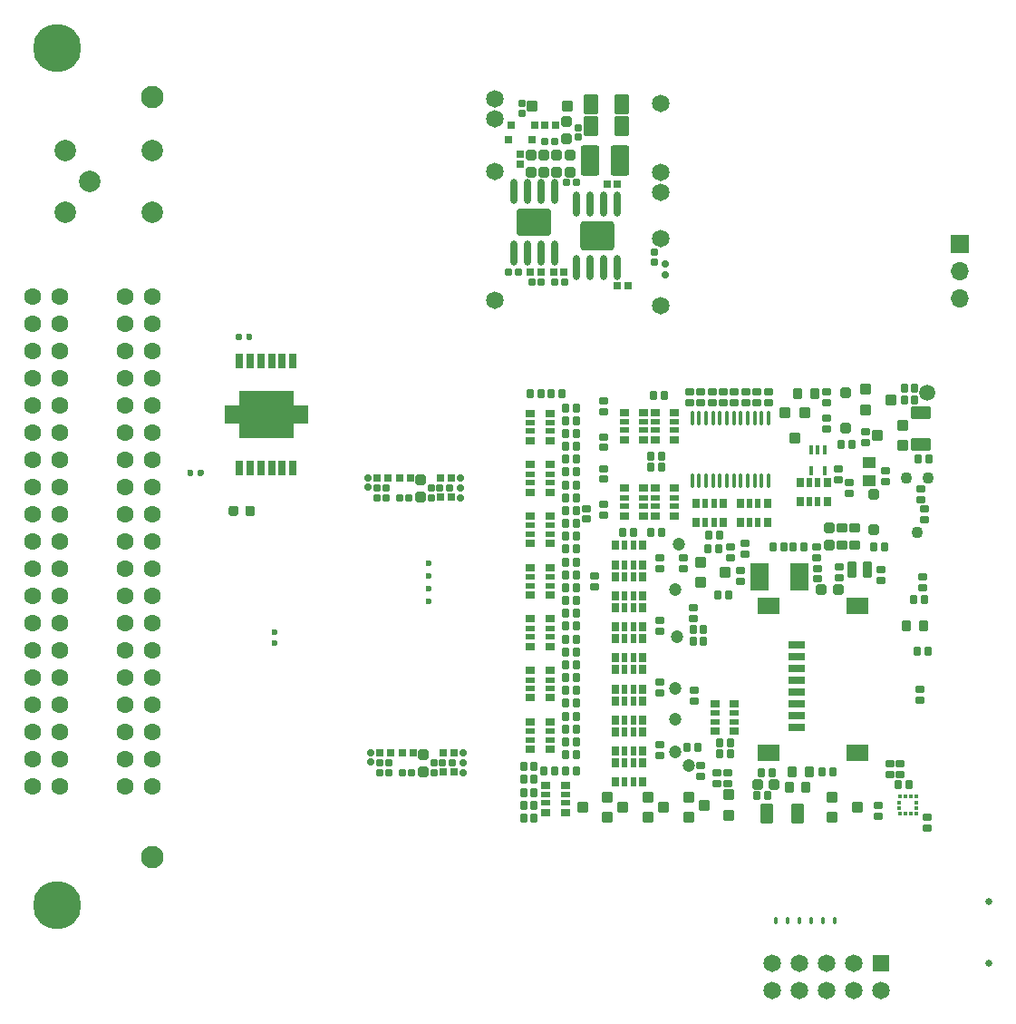
<source format=gbs>
G75*
G70*
%OFA0B0*%
%FSLAX25Y25*%
%IPPOS*%
%LPD*%
%AMOC8*
5,1,8,0,0,1.08239X$1,22.5*
%
%AMM13*
21,1,0.041340,0.026770,0.000000,0.000000,0.000000*
21,1,0.029130,0.038980,0.000000,0.000000,0.000000*
1,1,0.012210,0.014570,-0.013390*
1,1,0.012210,-0.014570,-0.013390*
1,1,0.012210,-0.014570,0.013390*
1,1,0.012210,0.014570,0.013390*
%
%AMM144*
21,1,0.015350,0.009840,-0.000000,-0.000000,0.000000*
21,1,0.000000,0.025200,-0.000000,-0.000000,0.000000*
1,1,0.015350,-0.000000,-0.004920*
1,1,0.015350,-0.000000,-0.004920*
1,1,0.015350,-0.000000,0.004920*
1,1,0.015350,-0.000000,0.004920*
%
%AMM16*
21,1,0.038980,0.026770,0.000000,0.000000,270.000000*
21,1,0.026770,0.038980,0.000000,0.000000,270.000000*
1,1,0.012210,-0.013390,-0.013390*
1,1,0.012210,-0.013390,0.013390*
1,1,0.012210,0.013390,0.013390*
1,1,0.012210,0.013390,-0.013390*
%
%AMM269*
21,1,0.039370,0.030320,0.000000,-0.000000,0.000000*
21,1,0.028350,0.041340,0.000000,-0.000000,0.000000*
1,1,0.011020,0.014170,-0.015160*
1,1,0.011020,-0.014170,-0.015160*
1,1,0.011020,-0.014170,0.015160*
1,1,0.011020,0.014170,0.015160*
%
%AMM275*
21,1,0.031500,0.018900,0.000000,-0.000000,90.000000*
21,1,0.022840,0.027560,0.000000,-0.000000,90.000000*
1,1,0.008660,0.009450,0.011420*
1,1,0.008660,0.009450,-0.011420*
1,1,0.008660,-0.009450,-0.011420*
1,1,0.008660,-0.009450,0.011420*
%
%AMM278*
21,1,0.029530,0.026380,0.000000,-0.000000,0.000000*
21,1,0.020470,0.035430,0.000000,-0.000000,0.000000*
1,1,0.009060,0.010240,-0.013190*
1,1,0.009060,-0.010240,-0.013190*
1,1,0.009060,-0.010240,0.013190*
1,1,0.009060,0.010240,0.013190*
%
%AMM279*
21,1,0.021650,0.027950,0.000000,-0.000000,0.000000*
21,1,0.014170,0.035430,0.000000,-0.000000,0.000000*
1,1,0.007480,0.007090,-0.013980*
1,1,0.007480,-0.007090,-0.013980*
1,1,0.007480,-0.007090,0.013980*
1,1,0.007480,0.007090,0.013980*
%
%AMM281*
21,1,0.016540,0.028980,0.000000,-0.000000,0.000000*
21,1,0.010080,0.035430,0.000000,-0.000000,0.000000*
1,1,0.006460,0.005040,-0.014490*
1,1,0.006460,-0.005040,-0.014490*
1,1,0.006460,-0.005040,0.014490*
1,1,0.006460,0.005040,0.014490*
%
%AMM284*
21,1,0.031500,0.018900,0.000000,-0.000000,0.000000*
21,1,0.022840,0.027560,0.000000,-0.000000,0.000000*
1,1,0.008660,0.011420,-0.009450*
1,1,0.008660,-0.011420,-0.009450*
1,1,0.008660,-0.011420,0.009450*
1,1,0.008660,0.011420,0.009450*
%
%AMM298*
21,1,0.037400,0.026770,0.000000,-0.000000,90.000000*
21,1,0.026770,0.037400,0.000000,-0.000000,90.000000*
1,1,0.010630,0.013390,0.013390*
1,1,0.010630,0.013390,-0.013390*
1,1,0.010630,-0.013390,-0.013390*
1,1,0.010630,-0.013390,0.013390*
%
%AMM299*
21,1,0.039370,0.030320,0.000000,-0.000000,90.000000*
21,1,0.028350,0.041340,0.000000,-0.000000,90.000000*
1,1,0.011020,0.015160,0.014170*
1,1,0.011020,0.015160,-0.014170*
1,1,0.011020,-0.015160,-0.014170*
1,1,0.011020,-0.015160,0.014170*
%
%AMM300*
21,1,0.039760,0.026770,0.000000,-0.000000,270.000000*
21,1,0.029130,0.037400,0.000000,-0.000000,270.000000*
1,1,0.010630,-0.013390,-0.014570*
1,1,0.010630,-0.013390,0.014570*
1,1,0.010630,0.013390,0.014570*
1,1,0.010630,0.013390,-0.014570*
%
%AMM301*
21,1,0.074800,0.036220,0.000000,-0.000000,270.000000*
21,1,0.061810,0.049210,0.000000,-0.000000,270.000000*
1,1,0.012990,-0.018110,-0.030910*
1,1,0.012990,-0.018110,0.030910*
1,1,0.012990,0.018110,0.030910*
1,1,0.012990,0.018110,-0.030910*
%
%AMM302*
21,1,0.062990,0.020470,0.000000,-0.000000,0.000000*
21,1,0.053940,0.029530,0.000000,-0.000000,0.000000*
1,1,0.009060,0.026970,-0.010240*
1,1,0.009060,-0.026970,-0.010240*
1,1,0.009060,-0.026970,0.010240*
1,1,0.009060,0.026970,0.010240*
%
%AMM303*
21,1,0.082680,0.045670,0.000000,-0.000000,0.000000*
21,1,0.067320,0.061020,0.000000,-0.000000,0.000000*
1,1,0.015350,0.033660,-0.022840*
1,1,0.015350,-0.033660,-0.022840*
1,1,0.015350,-0.033660,0.022840*
1,1,0.015350,0.033660,0.022840*
%
%AMM304*
21,1,0.029530,0.026380,0.000000,-0.000000,270.000000*
21,1,0.020470,0.035430,0.000000,-0.000000,270.000000*
1,1,0.009060,-0.013190,-0.010240*
1,1,0.009060,-0.013190,0.010240*
1,1,0.009060,0.013190,0.010240*
1,1,0.009060,0.013190,-0.010240*
%
%AMM305*
21,1,0.021650,0.027950,0.000000,-0.000000,270.000000*
21,1,0.014170,0.035430,0.000000,-0.000000,270.000000*
1,1,0.007480,-0.013980,-0.007090*
1,1,0.007480,-0.013980,0.007090*
1,1,0.007480,0.013980,0.007090*
1,1,0.007480,0.013980,-0.007090*
%
%AMM306*
21,1,0.031500,0.030710,0.000000,-0.000000,0.000000*
21,1,0.022050,0.040160,0.000000,-0.000000,0.000000*
1,1,0.009450,0.011020,-0.015350*
1,1,0.009450,-0.011020,-0.015350*
1,1,0.009450,-0.011020,0.015350*
1,1,0.009450,0.011020,0.015350*
%
%AMM307*
21,1,0.031500,0.049610,0.000000,-0.000000,180.000000*
21,1,0.022050,0.059060,0.000000,-0.000000,180.000000*
1,1,0.009450,-0.011020,0.024800*
1,1,0.009450,0.011020,0.024800*
1,1,0.009450,0.011020,-0.024800*
1,1,0.009450,-0.011020,-0.024800*
%
%AMM308*
21,1,0.031500,0.030710,0.000000,-0.000000,270.000000*
21,1,0.022050,0.040160,0.000000,-0.000000,270.000000*
1,1,0.009450,-0.015350,-0.011020*
1,1,0.009450,-0.015350,0.011020*
1,1,0.009450,0.015350,0.011020*
1,1,0.009450,0.015350,-0.011020*
%
%AMM309*
21,1,0.074800,0.036220,0.000000,-0.000000,0.000000*
21,1,0.061810,0.049210,0.000000,-0.000000,0.000000*
1,1,0.012990,0.030910,-0.018110*
1,1,0.012990,-0.030910,-0.018110*
1,1,0.012990,-0.030910,0.018110*
1,1,0.012990,0.030910,0.018110*
%
%AMM310*
21,1,0.037400,0.026770,0.000000,-0.000000,180.000000*
21,1,0.026770,0.037400,0.000000,-0.000000,180.000000*
1,1,0.010630,-0.013390,0.013390*
1,1,0.010630,0.013390,0.013390*
1,1,0.010630,0.013390,-0.013390*
1,1,0.010630,-0.013390,-0.013390*
%
%AMM39*
21,1,0.076380,0.036220,0.000000,0.000000,90.000000*
21,1,0.061810,0.050790,0.000000,0.000000,90.000000*
1,1,0.014570,0.018110,0.030910*
1,1,0.014570,0.018110,-0.030910*
1,1,0.014570,-0.018110,-0.030910*
1,1,0.014570,-0.018110,0.030910*
%
%AMM42*
21,1,0.029130,0.018900,0.000000,0.000000,90.000000*
21,1,0.018900,0.029130,0.000000,0.000000,90.000000*
1,1,0.010240,0.009450,0.009450*
1,1,0.010240,0.009450,-0.009450*
1,1,0.010240,-0.009450,-0.009450*
1,1,0.010240,-0.009450,0.009450*
%
%AMM43*
21,1,0.025200,0.019680,0.000000,0.000000,0.000000*
21,1,0.015750,0.029130,0.000000,0.000000,0.000000*
1,1,0.009450,0.007870,-0.009840*
1,1,0.009450,-0.007870,-0.009840*
1,1,0.009450,-0.007870,0.009840*
1,1,0.009450,0.007870,0.009840*
%
%AMM44*
21,1,0.025200,0.019680,0.000000,0.000000,270.000000*
21,1,0.015750,0.029130,0.000000,0.000000,270.000000*
1,1,0.009450,-0.009840,-0.007870*
1,1,0.009450,-0.009840,0.007870*
1,1,0.009450,0.009840,0.007870*
1,1,0.009450,0.009840,-0.007870*
%
%AMM49*
21,1,0.111810,0.050390,0.000000,0.000000,90.000000*
21,1,0.093700,0.068500,0.000000,0.000000,90.000000*
1,1,0.018110,0.025200,0.046850*
1,1,0.018110,0.025200,-0.046850*
1,1,0.018110,-0.025200,-0.046850*
1,1,0.018110,-0.025200,0.046850*
%
%AMM50*
21,1,0.029130,0.018900,0.000000,0.000000,180.000000*
21,1,0.018900,0.029130,0.000000,0.000000,180.000000*
1,1,0.010240,-0.009450,0.009450*
1,1,0.010240,0.009450,0.009450*
1,1,0.010240,0.009450,-0.009450*
1,1,0.010240,-0.009450,-0.009450*
%
%AMM51*
21,1,0.127560,0.075590,0.000000,0.000000,180.000000*
21,1,0.103150,0.100000,0.000000,0.000000,180.000000*
1,1,0.024410,-0.051580,0.037800*
1,1,0.024410,0.051580,0.037800*
1,1,0.024410,0.051580,-0.037800*
1,1,0.024410,-0.051580,-0.037800*
%
%AMM52*
21,1,0.123620,0.083460,0.000000,0.000000,0.000000*
21,1,0.097240,0.109840,0.000000,0.000000,0.000000*
1,1,0.026380,0.048620,-0.041730*
1,1,0.026380,-0.048620,-0.041730*
1,1,0.026380,-0.048620,0.041730*
1,1,0.026380,0.048620,0.041730*
%
%ADD12C,0.02362*%
%ADD123M39*%
%ADD126M42*%
%ADD127M43*%
%ADD128M44*%
%ADD129C,0.02913*%
%ADD135M49*%
%ADD136M50*%
%ADD137O,0.02520X0.09213*%
%ADD138M51*%
%ADD139M52*%
%ADD203C,0.04294*%
%ADD204C,0.04724*%
%ADD22C,0.07874*%
%ADD237R,0.01378X0.01772*%
%ADD238R,0.01772X0.01378*%
%ADD25C,0.05906*%
%ADD284M144*%
%ADD335R,0.04724X0.04331*%
%ADD339R,0.07087X0.09843*%
%ADD347O,0.01378X0.05354*%
%ADD35C,0.06299*%
%ADD418M269*%
%ADD424M275*%
%ADD427M278*%
%ADD428M279*%
%ADD430M281*%
%ADD433M284*%
%ADD447M298*%
%ADD448M299*%
%ADD449M300*%
%ADD450M301*%
%ADD451M302*%
%ADD452M303*%
%ADD453M304*%
%ADD454M305*%
%ADD455M306*%
%ADD456M307*%
%ADD457M308*%
%ADD458M309*%
%ADD459M310*%
%ADD48R,0.06693X0.06693*%
%ADD49O,0.06693X0.06693*%
%ADD58C,0.02559*%
%ADD59C,0.17717*%
%ADD60C,0.08268*%
%ADD68R,0.02559X0.05315*%
%ADD69R,0.20079X0.17323*%
%ADD70R,0.05315X0.07087*%
%ADD90M13*%
%ADD93M16*%
%ADD94C,0.06457*%
%ADD95R,0.06457X0.06457*%
X0000000Y0000000D02*
%LPD*%
G01*
D12*
X0183618Y0207232D03*
X0183618Y0203492D03*
X0183618Y0199752D03*
X0149366Y0203689D03*
X0149366Y0207232D03*
X0171839Y0166366D03*
X0171839Y0161642D03*
X0171839Y0171091D03*
X0171839Y0175815D03*
X0115047Y0150382D03*
X0115047Y0146445D03*
G36*
G01*
X0299010Y0043904D02*
X0299010Y0044888D01*
G75*
G02*
X0299502Y0045380I0000492J0000000D01*
G01*
X0299502Y0045380D01*
G75*
G02*
X0299994Y0044888I0000000J-000492D01*
G01*
X0299994Y0043904D01*
G75*
G02*
X0299502Y0043412I-000492J0000000D01*
G01*
X0299502Y0043412D01*
G75*
G02*
X0299010Y0043904I0000000J0000492D01*
G01*
G37*
G36*
G01*
X0303341Y0043904D02*
X0303341Y0044888D01*
G75*
G02*
X0303833Y0045380I0000492J0000000D01*
G01*
X0303833Y0045380D01*
G75*
G02*
X0304325Y0044888I0000000J-000492D01*
G01*
X0304325Y0043904D01*
G75*
G02*
X0303833Y0043412I-000492J0000000D01*
G01*
X0303833Y0043412D01*
G75*
G02*
X0303341Y0043904I0000000J0000492D01*
G01*
G37*
G36*
G01*
X0307671Y0043904D02*
X0307671Y0044888D01*
G75*
G02*
X0308164Y0045380I0000492J0000000D01*
G01*
X0308164Y0045380D01*
G75*
G02*
X0308656Y0044888I0000000J-000492D01*
G01*
X0308656Y0043904D01*
G75*
G02*
X0308164Y0043412I-000492J0000000D01*
G01*
X0308164Y0043412D01*
G75*
G02*
X0307671Y0043904I0000000J0000492D01*
G01*
G37*
G36*
G01*
X0312002Y0043904D02*
X0312002Y0044888D01*
G75*
G02*
X0312494Y0045380I0000492J0000000D01*
G01*
X0312494Y0045380D01*
G75*
G02*
X0312986Y0044888I0000000J-000492D01*
G01*
X0312986Y0043904D01*
G75*
G02*
X0312494Y0043412I-000492J0000000D01*
G01*
X0312494Y0043412D01*
G75*
G02*
X0312002Y0043904I0000000J0000492D01*
G01*
G37*
G36*
G01*
X0316333Y0043904D02*
X0316333Y0044888D01*
G75*
G02*
X0316825Y0045380I0000492J0000000D01*
G01*
X0316825Y0045380D01*
G75*
G02*
X0317317Y0044888I0000000J-000492D01*
G01*
X0317317Y0043904D01*
G75*
G02*
X0316825Y0043412I-000492J0000000D01*
G01*
X0316825Y0043412D01*
G75*
G02*
X0316333Y0043904I0000000J0000492D01*
G01*
G37*
G36*
G01*
X0320664Y0043904D02*
X0320664Y0044888D01*
G75*
G02*
X0321156Y0045380I0000492J0000000D01*
G01*
X0321156Y0045380D01*
G75*
G02*
X0321648Y0044888I0000000J-000492D01*
G01*
X0321648Y0043904D01*
G75*
G02*
X0321156Y0043412I-000492J0000000D01*
G01*
X0321156Y0043412D01*
G75*
G02*
X0320664Y0043904I0000000J0000492D01*
G01*
G37*
D25*
X0257000Y0344713D03*
X0257000Y0319516D03*
X0257000Y0312035D03*
X0257000Y0295106D03*
D12*
X0258772Y0285657D03*
X0258772Y0281720D03*
D25*
X0257000Y0270500D03*
X0195976Y0346484D03*
X0195976Y0339201D03*
X0195976Y0319713D03*
X0195976Y0272272D03*
D58*
X0377687Y0028724D03*
X0377687Y0051480D03*
D59*
X0035000Y0364961D03*
D60*
X0070039Y0347244D03*
X0070039Y0067717D03*
D59*
X0035000Y0050000D03*
D22*
X0037992Y0327559D03*
X0037992Y0304724D03*
X0047165Y0316142D03*
X0070000Y0327559D03*
X0070000Y0304724D03*
D35*
X0070000Y0093622D03*
X0070000Y0103622D03*
X0070000Y0113622D03*
X0070000Y0123622D03*
X0070000Y0133622D03*
X0070000Y0143622D03*
X0070000Y0153622D03*
X0070000Y0163622D03*
X0070000Y0173622D03*
X0070000Y0183622D03*
X0070000Y0193622D03*
X0070000Y0203622D03*
X0070000Y0213622D03*
X0070000Y0223622D03*
X0070000Y0233622D03*
X0070000Y0243622D03*
X0070000Y0253622D03*
X0070000Y0263622D03*
X0070000Y0273622D03*
X0060000Y0093622D03*
X0060000Y0103622D03*
X0060000Y0113622D03*
X0060000Y0123622D03*
X0060000Y0133622D03*
X0060000Y0143622D03*
X0060000Y0153622D03*
X0060000Y0163622D03*
X0060000Y0173622D03*
X0060000Y0183622D03*
X0060000Y0193622D03*
X0060000Y0203622D03*
X0060000Y0213622D03*
X0060000Y0223622D03*
X0060000Y0233622D03*
X0060000Y0243622D03*
X0060000Y0253622D03*
X0060000Y0263622D03*
X0060000Y0273622D03*
X0036181Y0093622D03*
X0036181Y0103622D03*
X0036181Y0113622D03*
X0036181Y0123622D03*
X0036181Y0133622D03*
X0036181Y0143622D03*
X0036181Y0153622D03*
X0036181Y0163622D03*
X0036181Y0173622D03*
X0036181Y0183622D03*
X0036181Y0193622D03*
X0036181Y0203622D03*
X0036181Y0213622D03*
X0036181Y0223622D03*
X0036181Y0233622D03*
X0036181Y0243622D03*
X0036181Y0253622D03*
X0036181Y0263622D03*
X0036181Y0273622D03*
X0026181Y0093622D03*
X0026181Y0103622D03*
X0026181Y0113622D03*
X0026181Y0123622D03*
X0026181Y0133622D03*
X0026181Y0143622D03*
X0026181Y0153622D03*
X0026181Y0163622D03*
X0026181Y0173622D03*
X0026181Y0183622D03*
X0026181Y0193622D03*
X0026181Y0203622D03*
X0026181Y0213622D03*
X0026181Y0223622D03*
X0026181Y0233622D03*
X0026181Y0243622D03*
X0026181Y0253622D03*
X0026181Y0263622D03*
X0026181Y0273622D03*
D48*
X0367000Y0293000D03*
D49*
X0367000Y0283000D03*
X0367000Y0273000D03*
D12*
X0184618Y0106232D03*
X0184618Y0102492D03*
X0184618Y0098752D03*
X0150366Y0102689D03*
X0150366Y0106232D03*
G36*
G01*
X0088992Y0209669D02*
X0088992Y0208331D01*
G75*
G02*
X0088441Y0207780I-000551J0000000D01*
G01*
X0087339Y0207780D01*
G75*
G02*
X0086787Y0208331I0000000J0000551D01*
G01*
X0086787Y0209669D01*
G75*
G02*
X0087339Y0210220I0000551J0000000D01*
G01*
X0088441Y0210220D01*
G75*
G02*
X0088992Y0209669I0000000J-000551D01*
G01*
G37*
G36*
G01*
X0085213Y0209669D02*
X0085213Y0208331D01*
G75*
G02*
X0084661Y0207780I-000551J0000000D01*
G01*
X0083559Y0207780D01*
G75*
G02*
X0083008Y0208331I0000000J0000551D01*
G01*
X0083008Y0209669D01*
G75*
G02*
X0083559Y0210220I0000551J0000000D01*
G01*
X0084661Y0210220D01*
G75*
G02*
X0085213Y0209669I0000000J-000551D01*
G01*
G37*
D68*
X0121874Y0210827D03*
X0117937Y0210827D03*
X0114000Y0210827D03*
X0110063Y0210827D03*
X0106126Y0210827D03*
X0102189Y0210827D03*
X0102189Y0250000D03*
X0106126Y0250000D03*
X0110063Y0250000D03*
X0114000Y0250000D03*
X0117937Y0250000D03*
X0121874Y0250000D03*
D69*
X0112031Y0230413D03*
D70*
X0124728Y0230413D03*
X0099335Y0230413D03*
G36*
G01*
X0098228Y0194016D02*
X0098228Y0195984D01*
G75*
G02*
X0099114Y0196870I0000886J0000000D01*
G01*
X0100886Y0196870D01*
G75*
G02*
X0101772Y0195984I0000000J-000886D01*
G01*
X0101772Y0194016D01*
G75*
G02*
X0100886Y0193130I-000886J0000000D01*
G01*
X0099114Y0193130D01*
G75*
G02*
X0098228Y0194016I0000000J0000886D01*
G01*
G37*
G36*
G01*
X0104331Y0194016D02*
X0104331Y0195984D01*
G75*
G02*
X0105217Y0196870I0000886J0000000D01*
G01*
X0106988Y0196870D01*
G75*
G02*
X0107874Y0195984I0000000J-000886D01*
G01*
X0107874Y0194016D01*
G75*
G02*
X0106988Y0193130I-000886J0000000D01*
G01*
X0105217Y0193130D01*
G75*
G02*
X0104331Y0194016I0000000J0000886D01*
G01*
G37*
G36*
G01*
X0106882Y0259669D02*
X0106882Y0258331D01*
G75*
G02*
X0106331Y0257780I-000551J0000000D01*
G01*
X0105228Y0257780D01*
G75*
G02*
X0104677Y0258331I0000000J0000551D01*
G01*
X0104677Y0259669D01*
G75*
G02*
X0105228Y0260220I0000551J0000000D01*
G01*
X0106331Y0260220D01*
G75*
G02*
X0106882Y0259669I0000000J-000551D01*
G01*
G37*
G36*
G01*
X0103102Y0259669D02*
X0103102Y0258331D01*
G75*
G02*
X0102551Y0257780I-000551J0000000D01*
G01*
X0101449Y0257780D01*
G75*
G02*
X0100898Y0258331I0000000J0000551D01*
G01*
X0100898Y0259669D01*
G75*
G02*
X0101449Y0260220I0000551J0000000D01*
G01*
X0102551Y0260220D01*
G75*
G02*
X0103102Y0259669I0000000J-000551D01*
G01*
G37*
X0345664Y0045971D02*
G01*
G75*
D94*
X0298007Y0018628D02*
D03*
X0298007Y0028628D02*
D03*
X0308007Y0018628D02*
D03*
X0308007Y0028628D02*
D03*
X0318007Y0018628D02*
D03*
X0318007Y0028628D02*
D03*
X0328007Y0018628D02*
D03*
X0328007Y0028628D02*
D03*
X0338007Y0018628D02*
D03*
D95*
X0338007Y0028628D02*
D03*
D284*
X0299503Y0044396D02*
D03*
X0303833Y0044396D02*
D03*
X0308164Y0044396D02*
D03*
X0312495Y0044396D02*
D03*
X0316825Y0044396D02*
D03*
X0321156Y0044396D02*
D03*
X0193024Y0267547D02*
G01*
G75*
D90*
X0222939Y0343925D02*
D03*
X0209947Y0343925D02*
D03*
D123*
X0242799Y0344319D02*
D03*
X0231382Y0344319D02*
D03*
X0242799Y0336287D02*
D03*
X0231382Y0336287D02*
D03*
D126*
X0205426Y0322271D02*
D03*
X0205426Y0326208D02*
D03*
X0202079Y0336838D02*
D03*
X0210741Y0336838D02*
D03*
X0201292Y0331590D02*
D03*
X0209953Y0331590D02*
D03*
D127*
X0213179Y0278964D02*
D03*
X0209635Y0278964D02*
D03*
X0222570Y0315697D02*
D03*
X0226114Y0315697D02*
D03*
X0214573Y0330802D02*
D03*
X0218116Y0330802D02*
D03*
X0221797Y0278964D02*
D03*
X0218254Y0278964D02*
D03*
X0201292Y0282901D02*
D03*
X0204835Y0282901D02*
D03*
D128*
X0226777Y0332377D02*
D03*
X0226777Y0335921D02*
D03*
X0206010Y0344779D02*
D03*
X0206010Y0341235D02*
D03*
X0254774Y0286462D02*
D03*
X0254774Y0290006D02*
D03*
D129*
X0258772Y0285657D02*
D03*
X0258772Y0281720D02*
D03*
D94*
X0195977Y0339200D02*
D03*
X0195977Y0272271D02*
D03*
X0195977Y0319712D02*
D03*
X0257000Y0319515D02*
D03*
X0257000Y0344712D02*
D03*
X0257000Y0295106D02*
D03*
X0257000Y0312035D02*
D03*
X0257000Y0270500D02*
D03*
X0195977Y0346484D02*
D03*
D135*
X0242237Y0323846D02*
D03*
X0231213Y0323846D02*
D03*
D93*
X0209559Y0319523D02*
D03*
X0209559Y0325743D02*
D03*
X0223653Y0319523D02*
D03*
X0223653Y0325743D02*
D03*
X0218962Y0319523D02*
D03*
X0218962Y0325743D02*
D03*
X0214270Y0319523D02*
D03*
X0214270Y0325743D02*
D03*
X0222472Y0331767D02*
D03*
X0222472Y0337988D02*
D03*
D136*
X0212982Y0282901D02*
D03*
X0209045Y0282901D02*
D03*
X0217663Y0282901D02*
D03*
X0221600Y0282901D02*
D03*
X0214376Y0336838D02*
D03*
X0218313Y0336838D02*
D03*
X0237309Y0315224D02*
D03*
X0241246Y0315224D02*
D03*
X0245085Y0277783D02*
D03*
X0241147Y0277783D02*
D03*
D137*
X0218096Y0289661D02*
D03*
X0213096Y0289661D02*
D03*
X0208096Y0289661D02*
D03*
X0203096Y0289661D02*
D03*
X0218096Y0312298D02*
D03*
X0213096Y0312298D02*
D03*
X0208096Y0312298D02*
D03*
X0203096Y0312298D02*
D03*
X0241163Y0284378D02*
D03*
X0236163Y0284378D02*
D03*
X0231163Y0284378D02*
D03*
X0226163Y0284378D02*
D03*
X0241163Y0307803D02*
D03*
X0236163Y0307803D02*
D03*
X0231163Y0307803D02*
D03*
X0226163Y0307803D02*
D03*
D138*
X0210596Y0300979D02*
D03*
D139*
X0233663Y0296090D02*
D03*
X0201555Y0242776D02*
G01*
G75*
D418*
X0302797Y0231161D02*
D03*
X0306537Y0221909D02*
D03*
D418*
X0310278Y0231161D02*
D03*
D424*
X0253523Y0211083D02*
D03*
X0257460Y0211083D02*
D03*
X0296437Y0090414D02*
D03*
X0292500Y0090414D02*
D03*
X0355689Y0214134D02*
D03*
X0351752Y0214134D02*
D03*
X0278327Y0180951D02*
D03*
X0274390Y0180951D02*
D03*
X0278255Y0164046D02*
D03*
X0282192Y0164046D02*
D03*
X0274783Y0186083D02*
D03*
X0278720Y0186083D02*
D03*
X0258371Y0237277D02*
D03*
X0254434Y0237277D02*
D03*
X0327539Y0219548D02*
D03*
X0323602Y0219548D02*
D03*
X0346634Y0240020D02*
D03*
X0350571Y0240020D02*
D03*
X0270846Y0108130D02*
D03*
X0266909Y0108130D02*
D03*
X0335413Y0181752D02*
D03*
X0339350Y0181752D02*
D03*
X0268976Y0151535D02*
D03*
X0272913Y0151535D02*
D03*
X0350276Y0162560D02*
D03*
X0354212Y0162560D02*
D03*
X0282657Y0109705D02*
D03*
X0278720Y0109705D02*
D03*
X0282657Y0105768D02*
D03*
X0278720Y0105768D02*
D03*
X0346634Y0235886D02*
D03*
X0350571Y0235886D02*
D03*
X0298012Y0098878D02*
D03*
X0294075Y0098878D02*
D03*
X0320453Y0099075D02*
D03*
X0316516Y0099075D02*
D03*
X0268976Y0147205D02*
D03*
X0272913Y0147205D02*
D03*
X0355492Y0143563D02*
D03*
X0351555Y0143563D02*
D03*
X0305886Y0181752D02*
D03*
X0309823Y0181752D02*
D03*
X0302342Y0181752D02*
D03*
X0298405Y0181752D02*
D03*
X0225964Y0195138D02*
D03*
X0222027Y0195138D02*
D03*
X0225964Y0190414D02*
D03*
X0222027Y0190414D02*
D03*
X0225964Y0185689D02*
D03*
X0222027Y0185689D02*
D03*
X0225964Y0180965D02*
D03*
X0222027Y0180965D02*
D03*
X0206673Y0096319D02*
D03*
X0210610Y0096319D02*
D03*
X0210610Y0091595D02*
D03*
X0206673Y0091595D02*
D03*
X0206673Y0086871D02*
D03*
X0210610Y0086871D02*
D03*
X0206673Y0082146D02*
D03*
X0210610Y0082146D02*
D03*
X0253523Y0215020D02*
D03*
X0257460Y0215020D02*
D03*
X0253523Y0187067D02*
D03*
X0257460Y0187067D02*
D03*
X0225964Y0218760D02*
D03*
X0222027Y0218760D02*
D03*
X0225964Y0223484D02*
D03*
X0222027Y0223484D02*
D03*
X0225964Y0228209D02*
D03*
X0222027Y0228209D02*
D03*
X0225964Y0232933D02*
D03*
X0222027Y0232933D02*
D03*
X0225964Y0199862D02*
D03*
X0222027Y0199862D02*
D03*
X0225964Y0204587D02*
D03*
X0222027Y0204587D02*
D03*
X0225964Y0209311D02*
D03*
X0222027Y0209311D02*
D03*
X0225964Y0214036D02*
D03*
X0222027Y0214036D02*
D03*
X0225964Y0162067D02*
D03*
X0222027Y0162067D02*
D03*
X0225964Y0166791D02*
D03*
X0222027Y0166791D02*
D03*
X0225964Y0171516D02*
D03*
X0222027Y0171516D02*
D03*
X0225964Y0176240D02*
D03*
X0222027Y0176240D02*
D03*
X0222027Y0143169D02*
D03*
X0225964Y0143169D02*
D03*
X0225964Y0147894D02*
D03*
X0222027Y0147894D02*
D03*
X0225964Y0152618D02*
D03*
X0222027Y0152618D02*
D03*
X0225964Y0157343D02*
D03*
X0222027Y0157343D02*
D03*
X0225964Y0124272D02*
D03*
X0222027Y0124272D02*
D03*
X0225964Y0128996D02*
D03*
X0222027Y0128996D02*
D03*
X0225964Y0133721D02*
D03*
X0222027Y0133721D02*
D03*
X0225964Y0138445D02*
D03*
X0222027Y0138445D02*
D03*
X0225964Y0110099D02*
D03*
X0222027Y0110099D02*
D03*
X0225964Y0114823D02*
D03*
X0222027Y0114823D02*
D03*
X0225964Y0119548D02*
D03*
X0222027Y0119548D02*
D03*
X0216712Y0238052D02*
D03*
X0220649Y0238052D02*
D03*
X0210610Y0101043D02*
D03*
X0206673Y0101043D02*
D03*
X0243287Y0187067D02*
D03*
X0247224Y0187067D02*
D03*
X0222027Y0099469D02*
D03*
X0225964Y0099469D02*
D03*
X0209035Y0238052D02*
D03*
X0212972Y0238052D02*
D03*
X0218090Y0099469D02*
D03*
X0214153Y0099469D02*
D03*
X0348405Y0094351D02*
D03*
X0344468Y0094351D02*
D03*
X0225964Y0105374D02*
D03*
X0222027Y0105374D02*
D03*
D427*
X0318386Y0205374D02*
D03*
X0318386Y0198288D02*
D03*
X0308346Y0198288D02*
D03*
X0308346Y0205374D02*
D03*
X0270157Y0190807D02*
D03*
X0270157Y0197894D02*
D03*
X0280197Y0197894D02*
D03*
X0280197Y0190807D02*
D03*
X0286299Y0190807D02*
D03*
X0286299Y0197894D02*
D03*
X0296339Y0197894D02*
D03*
X0296339Y0190807D02*
D03*
X0250472Y0095335D02*
D03*
X0250472Y0102422D02*
D03*
X0240433Y0102422D02*
D03*
X0240433Y0095335D02*
D03*
X0240433Y0113839D02*
D03*
X0240433Y0106752D02*
D03*
X0250472Y0106752D02*
D03*
X0250472Y0113839D02*
D03*
X0250472Y0163839D02*
D03*
X0250472Y0170925D02*
D03*
X0240433Y0170925D02*
D03*
X0240433Y0163839D02*
D03*
X0240433Y0182343D02*
D03*
X0240433Y0175256D02*
D03*
X0250472Y0175256D02*
D03*
X0250472Y0182343D02*
D03*
X0250472Y0141004D02*
D03*
X0250472Y0148091D02*
D03*
X0240433Y0148091D02*
D03*
X0240433Y0141004D02*
D03*
X0240433Y0159508D02*
D03*
X0240433Y0152421D02*
D03*
X0250472Y0152421D02*
D03*
X0250472Y0159508D02*
D03*
X0250472Y0118169D02*
D03*
X0250472Y0125256D02*
D03*
X0240433Y0125256D02*
D03*
X0240433Y0118169D02*
D03*
X0240433Y0136673D02*
D03*
X0240433Y0129587D02*
D03*
X0250472Y0129587D02*
D03*
X0250472Y0136673D02*
D03*
D428*
X0311791Y0198288D02*
D03*
X0314941Y0198288D02*
D03*
X0314941Y0205374D02*
D03*
X0311791Y0205374D02*
D03*
X0276752Y0197894D02*
D03*
X0273602Y0197894D02*
D03*
X0273602Y0190807D02*
D03*
X0276752Y0190807D02*
D03*
X0292894Y0197894D02*
D03*
X0289744Y0197894D02*
D03*
X0289744Y0190807D02*
D03*
X0292894Y0190807D02*
D03*
X0247027Y0095335D02*
D03*
X0243878Y0095335D02*
D03*
X0243878Y0102422D02*
D03*
X0247027Y0102422D02*
D03*
X0243878Y0113839D02*
D03*
X0247027Y0113839D02*
D03*
X0247027Y0106752D02*
D03*
X0243878Y0106752D02*
D03*
X0247027Y0163839D02*
D03*
X0243878Y0163839D02*
D03*
X0243878Y0170925D02*
D03*
X0247027Y0170925D02*
D03*
X0243878Y0182343D02*
D03*
X0247027Y0182343D02*
D03*
X0247027Y0175256D02*
D03*
X0243878Y0175256D02*
D03*
X0247027Y0141004D02*
D03*
X0243878Y0141004D02*
D03*
X0243878Y0148091D02*
D03*
X0247027Y0148091D02*
D03*
X0243878Y0159508D02*
D03*
X0247027Y0159508D02*
D03*
X0247027Y0152421D02*
D03*
X0243878Y0152421D02*
D03*
X0247027Y0118169D02*
D03*
X0243878Y0118169D02*
D03*
X0243878Y0125256D02*
D03*
X0247027Y0125256D02*
D03*
X0243878Y0136673D02*
D03*
X0247027Y0136673D02*
D03*
X0247027Y0129587D02*
D03*
X0243878Y0129587D02*
D03*
D430*
X0312382Y0217382D02*
D03*
X0314941Y0217382D02*
D03*
X0317500Y0217382D02*
D03*
X0317500Y0209902D02*
D03*
X0312382Y0209902D02*
D03*
D433*
X0352933Y0199075D02*
D03*
X0352933Y0203012D02*
D03*
X0337185Y0082933D02*
D03*
X0337185Y0086871D02*
D03*
X0332364Y0224033D02*
D03*
X0332364Y0220096D02*
D03*
X0326358Y0201437D02*
D03*
X0326358Y0205374D02*
D03*
X0322421Y0210493D02*
D03*
X0322421Y0206556D02*
D03*
X0271634Y0101437D02*
D03*
X0271634Y0097500D02*
D03*
X0353524Y0170729D02*
D03*
X0353524Y0166792D02*
D03*
X0341319Y0102028D02*
D03*
X0341319Y0098091D02*
D03*
X0352342Y0129390D02*
D03*
X0352342Y0125453D02*
D03*
X0265533Y0173866D02*
D03*
X0265533Y0177803D02*
D03*
X0288169Y0183130D02*
D03*
X0288169Y0179193D02*
D03*
X0286594Y0173091D02*
D03*
X0286594Y0169154D02*
D03*
X0314941Y0173878D02*
D03*
X0314941Y0169941D02*
D03*
X0355098Y0078603D02*
D03*
X0355098Y0082540D02*
D03*
X0354114Y0191792D02*
D03*
X0354114Y0195729D02*
D03*
X0339744Y0209705D02*
D03*
X0339744Y0205768D02*
D03*
X0277933Y0098681D02*
D03*
X0277933Y0094744D02*
D03*
X0281870Y0098681D02*
D03*
X0281870Y0094744D02*
D03*
X0345256Y0098091D02*
D03*
X0345256Y0102028D02*
D03*
X0269370Y0125158D02*
D03*
X0269370Y0129095D02*
D03*
X0314547Y0181752D02*
D03*
X0314547Y0177815D02*
D03*
X0282854Y0181752D02*
D03*
X0282854Y0177815D02*
D03*
X0338169Y0173485D02*
D03*
X0338169Y0169548D02*
D03*
X0322815Y0174272D02*
D03*
X0322815Y0170335D02*
D03*
X0268976Y0159410D02*
D03*
X0268976Y0155473D02*
D03*
X0256673Y0105177D02*
D03*
X0256673Y0109114D02*
D03*
X0256673Y0173681D02*
D03*
X0256673Y0177618D02*
D03*
X0256673Y0150847D02*
D03*
X0256673Y0154784D02*
D03*
X0256673Y0128012D02*
D03*
X0256673Y0131949D02*
D03*
X0232657Y0167185D02*
D03*
X0232657Y0171122D02*
D03*
X0236201Y0222237D02*
D03*
X0236201Y0218300D02*
D03*
X0236201Y0231426D02*
D03*
X0236201Y0235363D02*
D03*
X0236201Y0197433D02*
D03*
X0236201Y0193496D02*
D03*
X0236201Y0206622D02*
D03*
X0236201Y0210559D02*
D03*
X0318090Y0234902D02*
D03*
X0318090Y0238839D02*
D03*
X0318090Y0228996D02*
D03*
X0318090Y0225059D02*
D03*
X0229901Y0191988D02*
D03*
X0229901Y0195925D02*
D03*
X0267697Y0238839D02*
D03*
X0267697Y0234902D02*
D03*
X0280098Y0238839D02*
D03*
X0280098Y0234902D02*
D03*
X0284232Y0238839D02*
D03*
X0284232Y0234902D02*
D03*
X0292500Y0238839D02*
D03*
X0292500Y0234902D02*
D03*
X0288366Y0238839D02*
D03*
X0288366Y0234902D02*
D03*
X0296634Y0238839D02*
D03*
X0296634Y0234902D02*
D03*
X0275965Y0238839D02*
D03*
X0275965Y0234902D02*
D03*
X0271831Y0238839D02*
D03*
X0271831Y0234902D02*
D03*
D203*
X0351496Y0187028D02*
D03*
X0347496Y0207028D02*
D03*
X0355496Y0207028D02*
D03*
D204*
X0262972Y0148681D02*
D03*
X0267303Y0101437D02*
D03*
X0262579Y0106555D02*
D03*
X0262579Y0118367D02*
D03*
X0262579Y0129784D02*
D03*
X0262579Y0166004D02*
D03*
X0263760Y0182934D02*
D03*
D25*
X0355098Y0238445D02*
D03*
D447*
X0319075Y0188799D02*
D03*
X0319075Y0182579D02*
D03*
D448*
X0329426Y0086196D02*
D03*
X0320174Y0082456D02*
D03*
X0271675Y0168625D02*
D03*
X0280927Y0172365D02*
D03*
X0332539Y0232146D02*
D03*
X0341791Y0235886D02*
D03*
X0345964Y0226437D02*
D03*
X0336713Y0222697D02*
D03*
X0237579Y0089823D02*
D03*
X0228327Y0086083D02*
D03*
X0243222Y0086083D02*
D03*
X0252474Y0089823D02*
D03*
X0267369Y0089823D02*
D03*
X0258117Y0086083D02*
D03*
X0282264Y0090610D02*
D03*
X0273012Y0086870D02*
D03*
D448*
X0320174Y0089936D02*
D03*
X0271675Y0176105D02*
D03*
X0332539Y0239626D02*
D03*
X0345965Y0218957D02*
D03*
X0237579Y0082343D02*
D03*
X0252474Y0082343D02*
D03*
X0267369Y0082343D02*
D03*
X0282264Y0083130D02*
D03*
D449*
X0325177Y0238445D02*
D03*
X0325177Y0225453D02*
D03*
X0335413Y0201044D02*
D03*
X0335413Y0188051D02*
D03*
D335*
X0333838Y0205965D02*
D03*
X0333838Y0212658D02*
D03*
D450*
X0296043Y0083721D02*
D03*
X0307460Y0083721D02*
D03*
D451*
X0307079Y0145650D02*
D03*
X0307079Y0141319D02*
D03*
X0307079Y0136988D02*
D03*
X0307079Y0132658D02*
D03*
X0307079Y0128327D02*
D03*
X0307079Y0123996D02*
D03*
X0307079Y0119665D02*
D03*
X0307079Y0115335D02*
D03*
D452*
X0296843Y0105965D02*
D03*
X0329520Y0105965D02*
D03*
X0329520Y0160098D02*
D03*
X0296843Y0160098D02*
D03*
D339*
X0308051Y0170728D02*
D03*
X0293484Y0170728D02*
D03*
D453*
X0284232Y0124173D02*
D03*
X0277146Y0124173D02*
D03*
X0277146Y0114134D02*
D03*
X0284232Y0114134D02*
D03*
X0209232Y0193071D02*
D03*
X0216319Y0193071D02*
D03*
X0216319Y0183032D02*
D03*
X0209232Y0183032D02*
D03*
X0243681Y0221221D02*
D03*
X0250768Y0221221D02*
D03*
X0250768Y0231260D02*
D03*
X0243681Y0231260D02*
D03*
X0262185Y0231260D02*
D03*
X0255098Y0231260D02*
D03*
X0255098Y0221221D02*
D03*
X0262185Y0221221D02*
D03*
X0243681Y0193268D02*
D03*
X0250768Y0193268D02*
D03*
X0250768Y0203307D02*
D03*
X0243681Y0203307D02*
D03*
X0262185Y0203307D02*
D03*
X0255098Y0203307D02*
D03*
X0255098Y0193268D02*
D03*
X0262185Y0193268D02*
D03*
X0209232Y0230866D02*
D03*
X0216319Y0230866D02*
D03*
X0216319Y0220827D02*
D03*
X0209232Y0220827D02*
D03*
X0209232Y0211969D02*
D03*
X0216319Y0211969D02*
D03*
X0216319Y0201930D02*
D03*
X0209232Y0201930D02*
D03*
X0209232Y0174174D02*
D03*
X0216319Y0174174D02*
D03*
X0216319Y0164134D02*
D03*
X0209232Y0164134D02*
D03*
X0209232Y0155276D02*
D03*
X0216319Y0155276D02*
D03*
X0216319Y0145236D02*
D03*
X0209232Y0145236D02*
D03*
X0209232Y0136378D02*
D03*
X0216319Y0136378D02*
D03*
X0216319Y0126339D02*
D03*
X0209232Y0126339D02*
D03*
X0209232Y0117481D02*
D03*
X0216319Y0117481D02*
D03*
X0216319Y0107441D02*
D03*
X0209232Y0107441D02*
D03*
X0214941Y0084213D02*
D03*
X0222027Y0084213D02*
D03*
X0222027Y0094252D02*
D03*
X0214941Y0094252D02*
D03*
D454*
X0284232Y0120729D02*
D03*
X0284232Y0117579D02*
D03*
X0277146Y0117579D02*
D03*
X0277146Y0120729D02*
D03*
X0216319Y0186477D02*
D03*
X0216319Y0189626D02*
D03*
X0209232Y0189626D02*
D03*
X0209232Y0186477D02*
D03*
X0243681Y0224666D02*
D03*
X0243681Y0227815D02*
D03*
X0250768Y0227815D02*
D03*
X0250768Y0224666D02*
D03*
X0262185Y0227815D02*
D03*
X0262185Y0224666D02*
D03*
X0255098Y0224666D02*
D03*
X0255098Y0227815D02*
D03*
X0243681Y0196713D02*
D03*
X0243681Y0199863D02*
D03*
X0250768Y0199863D02*
D03*
X0250768Y0196713D02*
D03*
X0262185Y0199862D02*
D03*
X0262185Y0196713D02*
D03*
X0255098Y0196713D02*
D03*
X0255098Y0199862D02*
D03*
X0216319Y0224272D02*
D03*
X0216319Y0227421D02*
D03*
X0209232Y0227421D02*
D03*
X0209232Y0224272D02*
D03*
X0216319Y0205374D02*
D03*
X0216319Y0208524D02*
D03*
X0209232Y0208524D02*
D03*
X0209232Y0205374D02*
D03*
X0216319Y0167579D02*
D03*
X0216319Y0170729D02*
D03*
X0209232Y0170729D02*
D03*
X0209232Y0167579D02*
D03*
X0216319Y0148681D02*
D03*
X0216319Y0151831D02*
D03*
X0209232Y0151831D02*
D03*
X0209232Y0148681D02*
D03*
X0216319Y0129784D02*
D03*
X0216319Y0132933D02*
D03*
X0209232Y0132933D02*
D03*
X0209232Y0129784D02*
D03*
X0216319Y0110886D02*
D03*
X0216319Y0114036D02*
D03*
X0209232Y0114036D02*
D03*
X0209232Y0110886D02*
D03*
X0214941Y0087658D02*
D03*
X0214941Y0090807D02*
D03*
X0222027Y0090807D02*
D03*
X0222027Y0087658D02*
D03*
D455*
X0311791Y0099075D02*
D03*
X0305492Y0099075D02*
D03*
X0347520Y0152717D02*
D03*
X0353819Y0152717D02*
D03*
X0313760Y0238051D02*
D03*
X0307460Y0238051D02*
D03*
X0304311Y0093563D02*
D03*
X0310610Y0093563D02*
D03*
D456*
X0333248Y0173485D02*
D03*
X0327342Y0173485D02*
D03*
D457*
X0328327Y0182539D02*
D03*
X0328327Y0188839D02*
D03*
X0323701Y0182539D02*
D03*
X0323701Y0188839D02*
D03*
D458*
X0352933Y0230965D02*
D03*
X0352933Y0219548D02*
D03*
D459*
X0292736Y0094548D02*
D03*
X0298957Y0094548D02*
D03*
X0322382Y0166004D02*
D03*
X0316161Y0166004D02*
D03*
D347*
X0268681Y0229154D02*
D03*
X0271240Y0229154D02*
D03*
X0273799Y0229154D02*
D03*
X0276358Y0229154D02*
D03*
X0278917Y0229154D02*
D03*
X0281476Y0229154D02*
D03*
X0284035Y0229154D02*
D03*
X0286594Y0229154D02*
D03*
X0289153Y0229154D02*
D03*
X0291713Y0229154D02*
D03*
X0294271Y0229154D02*
D03*
X0296831Y0229154D02*
D03*
X0268681Y0206161D02*
D03*
X0271240Y0206161D02*
D03*
X0273799Y0206161D02*
D03*
X0276358Y0206161D02*
D03*
X0278917Y0206161D02*
D03*
X0281476Y0206161D02*
D03*
X0284035Y0206161D02*
D03*
X0286594Y0206161D02*
D03*
X0289153Y0206161D02*
D03*
X0291713Y0206161D02*
D03*
X0294271Y0206161D02*
D03*
X0296831Y0206161D02*
D03*
D238*
X0344862Y0085886D02*
D03*
X0344862Y0087854D02*
D03*
X0351161Y0087854D02*
D03*
X0351161Y0085886D02*
D03*
D237*
X0345059Y0090020D02*
D03*
X0347028Y0090020D02*
D03*
X0348996Y0090020D02*
D03*
X0350964Y0090020D02*
D03*
X0345059Y0083720D02*
D03*
X0350964Y0083720D02*
D03*
X0347028Y0083720D02*
D03*
X0348996Y0083720D02*
D03*
X0113571Y0139201D02*
%LPD*%
G01*
D12*
X0171839Y0166366D03*
X0171839Y0161642D03*
X0171839Y0171091D03*
X0171839Y0175815D03*
X0115047Y0150382D03*
X0115047Y0146445D03*
X0148185Y0196996D02*
G01*
G75*
D129*
X0183618Y0207232D02*
D03*
X0183618Y0203492D02*
D03*
X0183618Y0199752D02*
D03*
X0149366Y0203689D02*
D03*
X0149366Y0207232D02*
D03*
D136*
X0176138Y0207232D02*
D03*
X0180075Y0207232D02*
D03*
X0165015Y0207232D02*
D03*
X0161078Y0207232D02*
D03*
X0156649Y0207232D02*
D03*
X0152712Y0207232D02*
D03*
X0176138Y0199949D02*
D03*
X0180075Y0199949D02*
D03*
D128*
X0172753Y0199752D02*
D03*
X0172753Y0203295D02*
D03*
D93*
X0168868Y0206465D02*
D03*
X0168868Y0200244D02*
D03*
D127*
X0156256Y0203295D02*
D03*
X0152713Y0203295D02*
D03*
X0164622Y0199752D02*
D03*
X0161079Y0199752D02*
D03*
X0179484Y0203353D02*
D03*
X0175941Y0203353D02*
D03*
X0152713Y0199752D02*
D03*
X0156256Y0199752D02*
D03*
X0149185Y0095996D02*
G01*
G75*
D129*
X0184618Y0106232D02*
D03*
X0184618Y0102492D02*
D03*
X0184618Y0098752D02*
D03*
X0150366Y0102689D02*
D03*
X0150366Y0106232D02*
D03*
D136*
X0177138Y0106232D02*
D03*
X0181075Y0106232D02*
D03*
X0166015Y0106232D02*
D03*
X0162078Y0106232D02*
D03*
X0157649Y0106232D02*
D03*
X0153712Y0106232D02*
D03*
X0177138Y0098949D02*
D03*
X0181075Y0098949D02*
D03*
D128*
X0173753Y0098752D02*
D03*
X0173753Y0102295D02*
D03*
D93*
X0169868Y0105465D02*
D03*
X0169868Y0099244D02*
D03*
D127*
X0157256Y0102295D02*
D03*
X0153713Y0102295D02*
D03*
X0165622Y0098752D02*
D03*
X0162079Y0098752D02*
D03*
X0180484Y0102353D02*
D03*
X0176941Y0102353D02*
D03*
X0153713Y0098752D02*
D03*
X0157256Y0098752D02*
D03*
M02*

</source>
